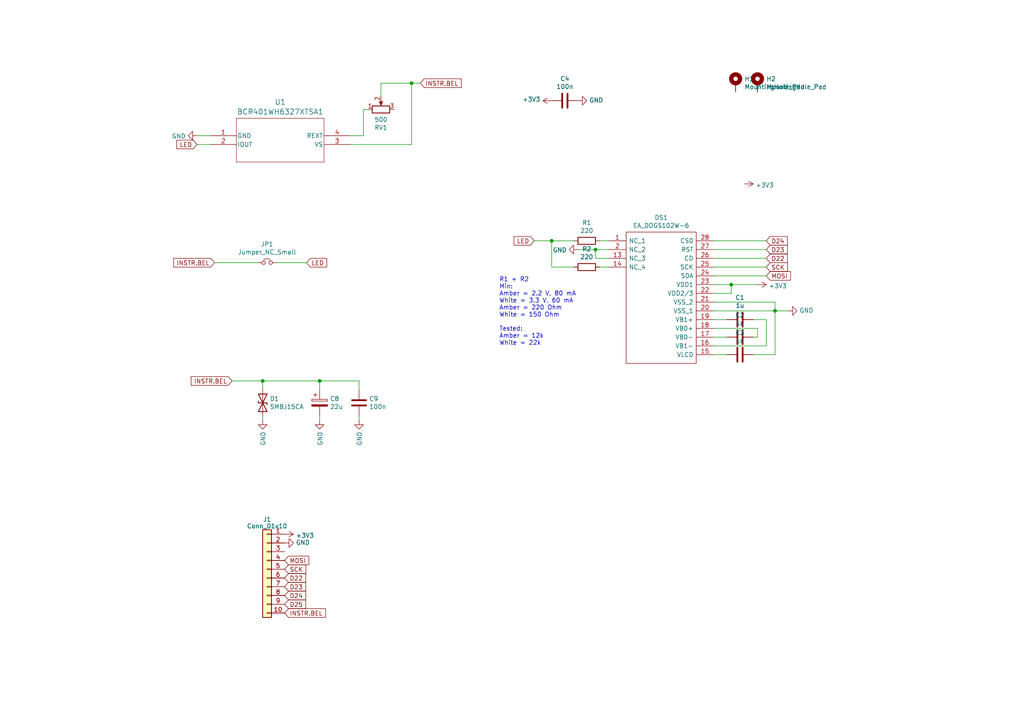
<source format=kicad_sch>
(kicad_sch (version 20230121) (generator eeschema)
  (paper "A4")
  (title_block (title "DOGS102") (date "2022-04-11") (rev "0.9.1") (company "fiz-o-matic.net"))
  (lib_symbols
    (symbol "BCR401:BCR401WH6327XTSA1" (pin_names (offset 0.254))
      (property "Reference" "U" (at 20.32 10.16 0))
      (property "Value" "BCR401WH6327XTSA1" (at 20.32 7.62 0))
      (symbol "BCR401WH6327XTSA1_0_1"
        (polyline (pts (xy 7.62 -7.62) (xy 33.02 -7.62)) (stroke (width 0.127)))
        (polyline (pts (xy 7.62 5.08) (xy 7.62 -7.62)) (stroke (width 0.127)))
        (polyline (pts (xy 33.02 -7.62) (xy 33.02 5.08)) (stroke (width 0.127)))
        (polyline (pts (xy 33.02 5.08) (xy 7.62 5.08)) (stroke (width 0.127)))
        (pin power_out line (at 0 0 0) (length 7.62) (name "GND") (number "1"))
        (pin output line (at 0 -2.54 0) (length 7.62) (name "IOUT") (number "2"))
        (pin unspecified line (at 40.64 -2.54 180) (length 7.62) (name "VS") (number "3"))
        (pin unspecified line (at 40.64 0 180) (length 7.62) (name "REXT") (number "4"))
      )
    )
    (symbol "Connector_Generic:Conn_01x10" (pin_names (offset 1.016) hide)
      (property "Reference" "J" (at 0 12.7 0))
      (property "Value" "Conn_01x10" (at 0 -15.24 0))
      (symbol "Conn_01x10_1_1"
        (rectangle (start -1.27 -12.573) (end 0 -12.827) (stroke (width 0.1524)))
        (rectangle (start -1.27 -10.033) (end 0 -10.287) (stroke (width 0.1524)))
        (rectangle (start -1.27 -7.493) (end 0 -7.747) (stroke (width 0.1524)))
        (rectangle (start -1.27 -4.953) (end 0 -5.207) (stroke (width 0.1524)))
        (rectangle (start -1.27 -2.413) (end 0 -2.667) (stroke (width 0.1524)))
        (rectangle (start -1.27 0.127) (end 0 -0.127) (stroke (width 0.1524)))
        (rectangle (start -1.27 2.667) (end 0 2.413) (stroke (width 0.1524)))
        (rectangle (start -1.27 5.207) (end 0 4.953) (stroke (width 0.1524)))
        (rectangle (start -1.27 7.747) (end 0 7.493) (stroke (width 0.1524)))
        (rectangle (start -1.27 10.287) (end 0 10.033) (stroke (width 0.1524)))
        (rectangle (start -1.27 11.43) (end 1.27 -13.97) (stroke (width 0.254)) (fill (type background)))
        (pin passive line (at -5.08 10.16 0) (length 3.81) (name "Pin_1") (number "1"))
        (pin passive line (at -5.08 -12.7 0) (length 3.81) (name "Pin_10") (number "10"))
        (pin passive line (at -5.08 7.62 0) (length 3.81) (name "Pin_2") (number "2"))
        (pin passive line (at -5.08 5.08 0) (length 3.81) (name "Pin_3") (number "3"))
        (pin passive line (at -5.08 2.54 0) (length 3.81) (name "Pin_4") (number "4"))
        (pin passive line (at -5.08 0 0) (length 3.81) (name "Pin_5") (number "5"))
        (pin passive line (at -5.08 -2.54 0) (length 3.81) (name "Pin_6") (number "6"))
        (pin passive line (at -5.08 -5.08 0) (length 3.81) (name "Pin_7") (number "7"))
        (pin passive line (at -5.08 -7.62 0) (length 3.81) (name "Pin_8") (number "8"))
        (pin passive line (at -5.08 -10.16 0) (length 3.81) (name "Pin_9") (number "9"))
      )
    )
    (symbol "Device:C" (pin_numbers hide) (pin_names (offset 0.254))
      (property "Reference" "C" (at 0.635 2.54 0))
      (property "Value" "C" (at 0.635 -2.54 0))
      (symbol "C_0_1"
        (polyline (pts (xy -2.032 -0.762) (xy 2.032 -0.762)) (stroke (width 0.508)))
        (polyline (pts (xy -2.032 0.762) (xy 2.032 0.762)) (stroke (width 0.508)))
      )
      (symbol "C_1_1"
        (pin passive line (at 0 3.81 270) (length 2.794) (name "~") (number "1"))
        (pin passive line (at 0 -3.81 90) (length 2.794) (name "~") (number "2"))
      )
    )
    (symbol "Device:D_TVS" (pin_numbers hide) (pin_names (offset 1.016) hide)
      (property "Reference" "D" (at 0 2.54 0))
      (property "Value" "D_TVS" (at 0 -2.54 0))
      (symbol "D_TVS_0_1"
        (polyline (pts (xy 1.27 0) (xy -1.27 0)))
        (polyline (pts (xy 0.508 1.27) (xy 0 1.27) (xy 0 -1.27) (xy -0.508 -1.27)) (stroke (width 0.254)))
        (polyline (pts (xy -2.54 1.27) (xy -2.54 -1.27) (xy 2.54 1.27) (xy 2.54 -1.27) (xy -2.54 1.27)) (stroke (width 0.254)))
      )
      (symbol "D_TVS_1_1"
        (pin passive line (at -3.81 0 0) (length 2.54) (name "A1") (number "1"))
        (pin passive line (at 3.81 0 180) (length 2.54) (name "A2") (number "2"))
      )
    )
    (symbol "Device:R" (pin_numbers hide) (pin_names (offset 0))
      (property "Reference" "R" (at 2.032 0 90))
      (property "Value" "R" (at 0 0 90))
      (symbol "R_0_1"
        (rectangle (start -1.016 -2.54) (end 1.016 2.54) (stroke (width 0.254)))
      )
      (symbol "R_1_1"
        (pin passive line (at 0 3.81 270) (length 1.27) (name "~") (number "1"))
        (pin passive line (at 0 -3.81 90) (length 1.27) (name "~") (number "2"))
      )
    )
    (symbol "Mechanical:MountingHole_Pad" (pin_numbers hide) (pin_names (offset 1.016) hide)
      (property "Reference" "H" (at 0 6.35 0))
      (property "Value" "MountingHole_Pad" (at 0 4.445 0))
      (symbol "MountingHole_Pad_0_1"
        (circle (center 0 1.27) (radius 1.27) (stroke (width 1.27)))
      )
      (symbol "MountingHole_Pad_1_1"
        (pin input line (at 0 -2.54 90) (length 2.54) (name "1") (number "1"))
      )
    )
    (symbol "dogs102-rescue:+3.3V-power" (power) (pin_names (offset 0))
      (property "Value" "+3.3V-power" (at 0 3.556 0))
      (symbol "+3.3V-power_0_1"
        (polyline (pts (xy -0.762 1.27) (xy 0 2.54)))
        (polyline (pts (xy 0 0) (xy 0 2.54)))
        (polyline (pts (xy 0 2.54) (xy 0.762 1.27)))
      )
      (symbol "+3.3V-power_1_1"
        (pin power_in line (at 0 0 90) (length 0) hide (name "+3V3") (number "1"))
      )
    )
    (symbol "dogs102-rescue:CP-Device" (pin_numbers hide) (pin_names (offset 0.254))
      (property "Reference" "C" (at 0.635 2.54 0))
      (property "Value" "Device_CP" (at 0.635 -2.54 0))
      (symbol "CP-Device_0_1"
        (rectangle (start -2.286 0.508) (end 2.286 1.016))
        (polyline (pts (xy -1.778 2.286) (xy -0.762 2.286)))
        (polyline (pts (xy -1.27 2.794) (xy -1.27 1.778)))
        (rectangle (start 2.286 -0.508) (end -2.286 -1.016) (fill (type outline)))
      )
      (symbol "CP-Device_1_1"
        (pin passive line (at 0 3.81 270) (length 2.794) (name "~") (number "1"))
        (pin passive line (at 0 -3.81 90) (length 2.794) (name "~") (number "2"))
      )
    )
    (symbol "dogs102-rescue:EA_DOGS102W-6-dogs102_n" (pin_names (offset 0.762))
      (property "Reference" "DS" (at 26.67 7.62 0))
      (property "Value" "EA_DOGS102W-6-dogs102_n" (at 26.67 5.08 0))
      (symbol "EA_DOGS102W-6-dogs102_n_0_0"
        (pin unspecified line (at 0 0 0) (length 5.08) (name "NC_1") (number "1"))
        (pin unspecified line (at 0 -5.08 0) (length 5.08) (name "NC_3") (number "13"))
        (pin unspecified line (at 0 -7.62 0) (length 5.08) (name "NC_4") (number "14"))
        (pin unspecified line (at 30.48 -33.02 180) (length 5.08) (name "VLCD") (number "15"))
        (pin unspecified line (at 30.48 -30.48 180) (length 5.08) (name "VB1-") (number "16"))
        (pin unspecified line (at 30.48 -27.94 180) (length 5.08) (name "VB0-") (number "17"))
        (pin unspecified line (at 30.48 -25.4 180) (length 5.08) (name "VB0+") (number "18"))
        (pin unspecified line (at 30.48 -22.86 180) (length 5.08) (name "VB1+") (number "19"))
        (pin unspecified line (at 0 -2.54 0) (length 5.08) (name "NC_2") (number "2"))
        (pin unspecified line (at 30.48 -20.32 180) (length 5.08) (name "VSS_1") (number "20"))
        (pin unspecified line (at 30.48 -17.78 180) (length 5.08) (name "VSS_2") (number "21"))
        (pin unspecified line (at 30.48 -15.24 180) (length 5.08) (name "VDD2/3") (number "22"))
        (pin unspecified line (at 30.48 -12.7 180) (length 5.08) (name "VDD1") (number "23"))
        (pin unspecified line (at 30.48 -10.16 180) (length 5.08) (name "SDA") (number "24"))
        (pin unspecified line (at 30.48 -7.62 180) (length 5.08) (name "SCK") (number "25"))
        (pin unspecified line (at 30.48 -5.08 180) (length 5.08) (name "CD") (number "26"))
        (pin unspecified line (at 30.48 -2.54 180) (length 5.08) (name "RST") (number "27"))
        (pin unspecified line (at 30.48 0 180) (length 5.08) (name "CS0") (number "28"))
      )
      (symbol "EA_DOGS102W-6-dogs102_n_0_1"
        (polyline (pts (xy 5.08 2.54) (xy 25.4 2.54) (xy 25.4 -35.56) (xy 5.08 -35.56) (xy 5.08 2.54)) (stroke (width 0.1524)))
      )
    )
    (symbol "dogs102-rescue:Jumper_NC_Small-Device" (pin_numbers hide) (pin_names (offset 0.762) hide)
      (property "Reference" "JP" (at 0 2.032 0))
      (property "Value" "Device_Jumper_NC_Small" (at 0.254 -1.524 0))
      (symbol "Jumper_NC_Small-Device_0_1"
        (circle (center -1.016 0) (radius 0.508))
        (circle (center 1.016 0) (radius 0.508))
        (arc (start 1.016 0.762) (mid 0 1.1828) (end -1.016 0.762))
        (pin passive line (at -2.54 0 0) (length 1.016) (name "1") (number "1"))
        (pin passive line (at 2.54 0 180) (length 1.016) (name "2") (number "2"))
      )
    )
    (symbol "dogs102-rescue:R_POT-Device" (pin_names (offset 1.016) hide)
      (property "Reference" "RV" (at -4.445 0 90))
      (property "Value" "Device_R_POT" (at -2.54 0 90))
      (symbol "R_POT-Device_0_1"
        (polyline (pts (xy 2.54 0) (xy 1.524 0)))
        (polyline (pts (xy 1.143 0) (xy 2.286 0.508) (xy 2.286 -0.508) (xy 1.143 0)) (fill (type outline)))
        (rectangle (start 1.016 2.54) (end -1.016 -2.54) (stroke (width 0.254)))
      )
      (symbol "R_POT-Device_1_1"
        (pin passive line (at 0 3.81 270) (length 1.27) (name "1") (number "1"))
        (pin passive line (at 3.81 0 180) (length 1.27) (name "2") (number "2"))
        (pin passive line (at 0 -3.81 90) (length 1.27) (name "3") (number "3"))
      )
    )
    (symbol "dogs102:DINA4_L" (pin_numbers hide) (pin_names (offset 1.016) hide)
      (symbol "DINA4_L_2_0"
        (polyline (pts (xy 0 0) (xy 0 5.08)))
        (polyline (pts (xy 0 0) (xy 71.12 0)))
        (polyline (pts (xy 0 5.08) (xy 0 15.24)))
        (polyline (pts (xy 0 5.08) (xy 71.12 5.08)))
        (polyline (pts (xy 0 15.24) (xy 0 22.86)))
        (polyline (pts (xy 0 22.86) (xy 0 35.56)))
        (polyline (pts (xy 0 22.86) (xy 101.6 22.86)))
        (polyline (pts (xy 71.12 0) (xy 101.6 0)))
        (polyline (pts (xy 71.12 5.08) (xy 71.12 0)))
        (polyline (pts (xy 71.12 5.08) (xy 87.63 5.08)))
        (polyline (pts (xy 87.63 5.08) (xy 101.6 5.08)))
        (polyline (pts (xy 87.63 15.24) (xy 0 15.24)))
        (polyline (pts (xy 87.63 15.24) (xy 87.63 5.08)))
        (polyline (pts (xy 101.6 5.08) (xy 101.6 0)))
        (polyline (pts (xy 101.6 15.24) (xy 87.63 15.24)))
        (polyline (pts (xy 101.6 15.24) (xy 101.6 5.08)))
        (polyline (pts (xy 101.6 22.86) (xy 101.6 15.24)))
        (polyline (pts (xy 101.6 35.56) (xy 0 35.56)))
        (polyline (pts (xy 101.6 35.56) (xy 101.6 22.86)))
        (text ">DRAWING_NAME" (at 30.48 20.066 0) (effects (font (size 2.032 2.032))))
        (text ">LAST_DATE_TIME" (at 27.3558 2.286 0) (effects (font (size 2.032 2.032))))
        (text ">SHEET" (at 92.2274 2.286 0) (effects (font (size 2.032 2.032))))
        (text "Date:" (at 6.1468 2.286 0) (effects (font (size 2.032 2.032))))
        (text "Document Number:" (at 16.9164 12.446 0) (effects (font (size 2.032 2.032))))
        (text "REV:" (at 92.8116 12.446 0) (effects (font (size 2.032 2.032))))
        (text "Sheet:" (at 78.2574 2.286 0) (effects (font (size 2.032 2.032))))
        (text "TITLE:" (at 7.1374 20.066 0) (effects (font (size 2.032 2.032))))
      )
    )
    (symbol "power:GND" (power) (pin_names (offset 0))
      (property "Value" "GND" (at 0 -3.81 0))
      (symbol "GND_0_1"
        (polyline (pts (xy 0 0) (xy 0 -1.27) (xy 1.27 -1.27) (xy 0 -2.54) (xy -1.27 -1.27) (xy 0 -1.27)))
      )
      (symbol "GND_1_1"
        (pin power_in line (at 0 0 270) (length 0) hide (name "GND") (number "1"))
      )
    )
  )
  (junction (at 76.2 110.49))
  (junction (at 212.09 82.55))
  (junction (at 160.02 69.85))
  (junction (at 119.38 24.13))
  (junction (at 92.71 110.49))
  (junction (at 172.72 72.39))
  (junction (at 224.79 90.17))
  (wire (pts (xy 207.01 82.55) (xy 212.09 82.55)))
  (wire (pts (xy 104.14 110.49) (xy 104.14 113.03)))
  (wire (pts (xy 92.71 110.49) (xy 104.14 110.49)))
  (wire (pts (xy 176.53 72.39) (xy 172.72 72.39)))
  (wire (pts (xy 219.71 95.25) (xy 207.01 95.25)))
  (wire (pts (xy 212.09 85.09) (xy 212.09 82.55)))
  (wire (pts (xy 104.14 120.65) (xy 104.14 121.92)))
  (wire (pts (xy 222.25 100.33) (xy 222.25 92.71)))
  (wire (pts (xy 207.01 100.33) (xy 222.25 100.33)))
  (wire (pts (xy 57.15 41.91) (xy 60.96 41.91)))
  (wire (pts (xy 207.01 90.17) (xy 224.79 90.17)))
  (wire (pts (xy 76.2 120.65) (xy 76.2 121.92)))
  (wire (pts (xy 224.79 87.63) (xy 224.79 90.17)))
  (wire (pts (xy 110.49 24.13) (xy 110.49 27.94)))
  (wire (pts (xy 172.72 72.39) (xy 167.64 72.39)))
  (wire (pts (xy 92.71 120.65) (xy 92.71 121.92)))
  (wire (pts (xy 76.2 110.49) (xy 92.71 110.49)))
  (wire (pts (xy 160.02 69.85) (xy 166.37 69.85)))
  (wire (pts (xy 224.79 90.17) (xy 224.79 102.87)))
  (wire (pts (xy 218.44 97.79) (xy 219.71 97.79)))
  (wire (pts (xy 176.53 74.93) (xy 172.72 74.93)))
  (wire (pts (xy 207.01 72.39) (xy 222.25 72.39)))
  (wire (pts (xy 105.41 39.37) (xy 101.6 39.37)))
  (wire (pts (xy 154.94 69.85) (xy 160.02 69.85)))
  (wire (pts (xy 207.01 92.71) (xy 210.82 92.71)))
  (wire (pts (xy 92.71 110.49) (xy 92.71 113.03)))
  (wire (pts (xy 57.15 39.37) (xy 60.96 39.37)))
  (wire (pts (xy 207.01 97.79) (xy 210.82 97.79)))
  (wire (pts (xy 67.31 110.49) (xy 76.2 110.49)))
  (wire (pts (xy 207.01 77.47) (xy 222.25 77.47)))
  (wire (pts (xy 207.01 85.09) (xy 212.09 85.09)))
  (wire (pts (xy 224.79 102.87) (xy 218.44 102.87)))
  (wire (pts (xy 106.68 31.75) (xy 105.41 31.75)))
  (wire (pts (xy 105.41 31.75) (xy 105.41 39.37)))
  (wire (pts (xy 219.71 97.79) (xy 219.71 95.25)))
  (wire (pts (xy 119.38 41.91) (xy 119.38 24.13)))
  (wire (pts (xy 207.01 80.01) (xy 222.25 80.01)))
  (wire (pts (xy 173.99 69.85) (xy 176.53 69.85)))
  (wire (pts (xy 172.72 74.93) (xy 172.72 72.39)))
  (wire (pts (xy 207.01 102.87) (xy 210.82 102.87)))
  (wire (pts (xy 222.25 92.71) (xy 218.44 92.71)))
  (wire (pts (xy 224.79 90.17) (xy 228.6 90.17)))
  (wire (pts (xy 207.01 87.63) (xy 224.79 87.63)))
  (wire (pts (xy 212.09 82.55) (xy 219.71 82.55)))
  (wire (pts (xy 62.23 76.2) (xy 74.93 76.2)))
  (wire (pts (xy 110.49 24.13) (xy 119.38 24.13)))
  (wire (pts (xy 207.01 69.85) (xy 222.25 69.85)))
  (wire (pts (xy 166.37 77.47) (xy 160.02 77.47)))
  (wire (pts (xy 80.01 76.2) (xy 88.9 76.2)))
  (wire (pts (xy 101.6 41.91) (xy 119.38 41.91)))
  (wire (pts (xy 173.99 77.47) (xy 176.53 77.47)))
  (wire (pts (xy 207.01 74.93) (xy 222.25 74.93)))
  (wire (pts (xy 119.38 24.13) (xy 121.92 24.13)))
  (wire (pts (xy 76.2 110.49) (xy 76.2 113.03)))
  (wire (pts (xy 160.02 77.47) (xy 160.02 69.85)))
  (text "R1 + R2\nMin:\nAmber = 2.2 V, 80 mA\nWhite = 3.3 V, 60 mA\nAmber = 220 Ohm\nWhite = 150 Ohm\n\nTested:\nAmber = 12k\nWhite = 22k" (at 144.78 100.33 0) (effects (font (size 1.27 1.27)) (justify left bottom)))
  (global_label "D24" (shape input) (at 222.25 69.85 0) (property "Intersheetrefs" "${INTERSHEET_REFS}" (effects hide)))
  (global_label "MOSI" (shape input) (at 222.25 80.01 0) (property "Intersheetrefs" "${INTERSHEET_REFS}" (effects hide)))
  (global_label "LED" (shape input) (at 57.15 41.91 180) (property "Intersheetrefs" "${INTERSHEET_REFS}" (effects hide)))
  (global_label "SCK" (shape input) (at 82.55 165.1 0) (property "Intersheetrefs" "${INTERSHEET_REFS}" (effects hide)))
  (global_label "INSTR.BEL" (shape input) (at 67.31 110.49 180) (property "Intersheetrefs" "${INTERSHEET_REFS}" (effects hide)))
  (global_label "LED" (shape input) (at 154.94 69.85 180) (property "Intersheetrefs" "${INTERSHEET_REFS}" (effects hide)))
  (global_label "SCK" (shape input) (at 222.25 77.47 0) (property "Intersheetrefs" "${INTERSHEET_REFS}" (effects hide)))
  (global_label "INSTR.BEL" (shape input) (at 82.55 177.8 0) (property "Intersheetrefs" "${INTERSHEET_REFS}" (effects hide)))
  (global_label "D22" (shape input) (at 82.55 167.64 0) (property "Intersheetrefs" "${INTERSHEET_REFS}" (effects hide)))
  (global_label "INSTR.BEL" (shape input) (at 62.23 76.2 180) (property "Intersheetrefs" "${INTERSHEET_REFS}" (effects hide)))
  (global_label "D22" (shape input) (at 222.25 74.93 0) (property "Intersheetrefs" "${INTERSHEET_REFS}" (effects hide)))
  (global_label "LED" (shape input) (at 88.9 76.2 0) (property "Intersheetrefs" "${INTERSHEET_REFS}" (effects hide)))
  (global_label "D25" (shape input) (at 82.55 175.26 0) (property "Intersheetrefs" "${INTERSHEET_REFS}" (effects hide)))
  (global_label "D23" (shape input) (at 82.55 170.18 0) (property "Intersheetrefs" "${INTERSHEET_REFS}" (effects hide)))
  (global_label "INSTR.BEL" (shape input) (at 121.92 24.13 0) (property "Intersheetrefs" "${INTERSHEET_REFS}" (effects hide)))
  (global_label "D24" (shape input) (at 82.55 172.72 0) (property "Intersheetrefs" "${INTERSHEET_REFS}" (effects hide)))
  (global_label "MOSI" (shape input) (at 82.55 162.56 0) (property "Intersheetrefs" "${INTERSHEET_REFS}" (effects hide)))
  (global_label "D23" (shape input) (at 222.25 72.39 0) (property "Intersheetrefs" "${INTERSHEET_REFS}" (effects hide)))
  (symbol (lib_id "dogs102:DINA4_L") (at 31.75 207.01 0) (unit 1)
    (property "Reference" "#FRAME1" (effects hide))
  )
  (symbol (lib_id "dogs102-rescue:EA_DOGS102W-6-dogs102_n") (at 176.53 69.85 0) (unit 1)
    (property "Reference" "DS1" (at 191.77 63.119 0))
    (property "Value" "EA_DOGS102W-6" (at 191.77 65.4304 0))
    (property "Footprint" "fiz-o-matic:EA-DOGS102W-6" (effects hide))
    (property "Datasheet" "http://www.lcd-module.com/eng/pdf/grafik/dogs102-6e.pdf" (effects hide))
    (property "Description" "LCD Graphic Display Modules & Accessories FSTN (+) Transflect White Background" (effects hide))
    (property "Manufacturer_Name" "ELECTRONIC ASSEMBLY" (effects hide))
    (property "Manufacturer_Part_Number" "EA DOGS102W-6" (effects hide))
    (property "Mouser Part Number" "790-EADOGS102W-6" (effects hide))
    (property "Mouser Price/Stock" "https://www.mouser.com/Search/Refine.aspx?Keyword=790-EADOGS102W-6" (effects hide))
  )
  (symbol (lib_id "Device:C") (at 214.63 97.79 270) (unit 1)
    (property "Reference" "C2" (at 214.63 91.3892 90))
    (property "Value" "1u" (at 214.63 93.7006 90))
    (property "Footprint" "Capacitor_SMD:C_1210_3225Metric_Pad1.33x2.70mm_HandSolder" (effects hide))
  )
  (symbol (lib_id "Device:C") (at 214.63 92.71 270) (unit 1)
    (property "Reference" "C1" (at 214.63 86.3092 90))
    (property "Value" "1u" (at 214.63 88.6206 90))
    (property "Footprint" "Capacitor_SMD:C_1210_3225Metric_Pad1.33x2.70mm_HandSolder" (effects hide))
  )
  (symbol (lib_id "Device:C") (at 214.63 102.87 270) (unit 1)
    (property "Reference" "C3" (at 214.63 96.4692 90))
    (property "Value" "1u" (at 214.63 98.7806 90))
    (property "Footprint" "Capacitor_SMD:C_1210_3225Metric_Pad1.33x2.70mm_HandSolder" (effects hide))
  )
  (symbol (lib_id "dogs102-rescue:+3.3V-power") (at 219.71 82.55 270) (unit 1)
    (property "Reference" "#PWR0102" (effects hide))
    (property "Value" "+3.3V" (at 222.9612 82.931 90) (effects (justify left)))
  )
  (symbol (lib_id "dogs102-rescue:+3.3V-power") (at 215.9 53.34 270) (unit 1)
    (property "Reference" "#PWR0105" (effects hide))
    (property "Value" "+3.3V" (at 219.1512 53.721 90) (effects (justify left)))
  )
  (symbol (lib_id "Mechanical:MountingHole_Pad") (at 213.36 24.13 0) (unit 1)
    (property "Reference" "H1" (at 215.9 22.8854 0) (effects (justify left)))
    (property "Value" "MountingHole_Pad" (at 215.9 25.1968 0) (effects (justify left)))
    (property "Footprint" "MountingHole:MountingHole_3.2mm_M3_Pad_Via" (effects hide))
  )
  (symbol (lib_id "Mechanical:MountingHole_Pad") (at 219.71 24.13 0) (unit 1)
    (property "Reference" "H2" (at 222.25 22.8854 0) (effects (justify left)))
    (property "Value" "MountingHole_Pad" (at 222.25 25.1968 0) (effects (justify left)))
    (property "Footprint" "MountingHole:MountingHole_3.2mm_M3_Pad_Via" (effects hide))
  )
  (symbol (lib_id "Device:C") (at 163.83 29.21 270) (unit 1)
    (property "Reference" "C4" (at 163.83 22.8092 90))
    (property "Value" "100n" (at 163.83 25.1206 90))
    (property "Footprint" "Capacitor_SMD:C_0805_2012Metric" (effects hide))
  )
  (symbol (lib_id "dogs102-rescue:+3.3V-power") (at 160.02 29.21 90) (unit 1)
    (property "Reference" "#PWR0113" (effects hide))
    (property "Value" "+3.3V" (at 156.7688 28.829 90) (effects (justify left)))
  )
  (symbol (lib_id "power:GND") (at 228.6 90.17 90) (unit 1)
    (property "Reference" "#PWR0115" (effects hide))
    (property "Value" "GND" (at 231.8512 90.043 90) (effects (justify right)))
  )
  (symbol (lib_id "power:GND") (at 167.64 29.21 90) (unit 1)
    (property "Reference" "#PWR0116" (effects hide))
    (property "Value" "GND" (at 170.8912 29.083 90) (effects (justify right)))
  )
  (symbol (lib_id "power:GND") (at 167.64 72.39 270) (unit 1)
    (property "Reference" "#PWR0120" (effects hide))
    (property "Value" "GND" (at 164.3888 72.517 90) (effects (justify right)))
  )
  (symbol (lib_id "dogs102-rescue:CP-Device") (at 92.71 116.84 0) (unit 1)
    (property "Reference" "C8" (at 95.7072 115.6716 0) (effects (justify left)))
    (property "Value" "22u" (at 95.7072 117.983 0) (effects (justify left)))
    (property "Footprint" "Capacitor_SMD:CP_Elec_5x3" (effects hide))
  )
  (symbol (lib_id "Device:C") (at 104.14 116.84 0) (unit 1)
    (property "Reference" "C9" (at 107.061 115.6716 0) (effects (justify left)))
    (property "Value" "100n" (at 107.061 117.983 0) (effects (justify left)))
    (property "Footprint" "Capacitor_SMD:C_0805_2012Metric" (effects hide))
  )
  (symbol (lib_id "Device:D_TVS") (at 76.2 116.84 270) (unit 1)
    (property "Reference" "D1" (at 78.232 115.6716 90) (effects (justify left)))
    (property "Value" "SMBJ15CA" (at 78.232 117.983 90) (effects (justify left)))
    (property "Footprint" "Diode_SMD:D_SMB" (effects hide))
  )
  (symbol (lib_id "Device:R") (at 170.18 69.85 270) (unit 1)
    (property "Reference" "R1" (at 170.18 64.5922 90))
    (property "Value" "220" (at 170.18 66.9036 90))
    (property "Footprint" "Resistor_SMD:R_0805_2012Metric" (effects hide))
  )
  (symbol (lib_id "Device:R") (at 170.18 77.47 270) (unit 1)
    (property "Reference" "R2" (at 170.18 72.2122 90))
    (property "Value" "220" (at 170.18 74.5236 90))
    (property "Footprint" "Resistor_SMD:R_0805_2012Metric" (effects hide))
  )
  (symbol (lib_id "power:GND") (at 76.2 121.92 0) (unit 1)
    (property "Reference" "#PWR0121" (effects hide))
    (property "Value" "GND" (at 76.327 125.1712 90) (effects (justify right)))
  )
  (symbol (lib_id "power:GND") (at 92.71 121.92 0) (unit 1)
    (property "Reference" "#PWR0122" (effects hide))
    (property "Value" "GND" (at 92.837 125.1712 90) (effects (justify right)))
  )
  (symbol (lib_id "power:GND") (at 104.14 121.92 0) (unit 1)
    (property "Reference" "#PWR0123" (effects hide))
    (property "Value" "GND" (at 104.267 125.1712 90) (effects (justify right)))
  )
  (symbol (lib_id "dogs102-rescue:R_POT-Device") (at 110.49 31.75 90) (unit 1)
    (property "Reference" "RV1" (at 110.49 37.0078 90))
    (property "Value" "500" (at 110.49 34.6964 90))
    (property "Footprint" "Potentiometer_THT:Potentiometer_Piher_PT-6-V_Vertical" (effects hide))
  )
  (symbol (lib_id "dogs102-rescue:Jumper_NC_Small-Device") (at 77.47 76.2 0) (unit 1)
    (property "Reference" "JP1" (at 77.47 70.8152 0))
    (property "Value" "Jumper_NC_Small" (at 77.47 73.1266 0))
    (property "Footprint" "Jumper:SolderJumper-2_P1.3mm_Bridged_RoundedPad1.0x1.5mm" (effects hide))
  )
  (symbol (lib_id "Connector_Generic:Conn_01x10") (at 77.47 165.1 0) (mirror y) (unit 1)
    (property "Reference" "J1" (at 77.47 150.6601 0))
    (property "Value" "Conn_01x10" (at 77.47 152.5811 0))
    (property "Footprint" "Connector_JST:JST_SH_SM10B-SRSS-TB_1x10-1MP_P1.00mm_Horizontal" (effects hide))
  )
  (symbol (lib_id "BCR401:BCR401WH6327XTSA1") (at 60.96 39.37 0) (unit 1)
    (property "Reference" "U1" (at 81.28 29.5963 0) (effects (font (size 1.524 1.524))))
    (property "Value" "BCR401WH6327XTSA1" (at 81.28 32.4291 0) (effects (font (size 1.524 1.524))))
    (property "Footprint" "PG-SOT343-4-1_INF" (effects hide))
    (property "Datasheet" "BCR401WH6327XTSA1" (effects hide))
  )
  (symbol (lib_id "dogs102-rescue:+3.3V-power") (at 82.55 154.94 270) (unit 1)
    (property "Reference" "#PWR01" (effects hide))
    (property "Value" "+3.3V" (at 85.8012 155.321 90) (effects (justify left)))
  )
  (symbol (lib_id "power:GND") (at 82.55 157.48 90) (unit 1)
    (property "Reference" "#PWR02" (effects hide))
    (property "Value" "GND" (at 85.8012 157.353 90) (effects (justify right)))
  )
  (symbol (lib_id "power:GND") (at 57.15 39.37 270) (unit 1)
    (property "Reference" "#PWR03" (effects hide))
    (property "Value" "GND" (at 53.8988 39.497 90) (effects (justify right)))
  )
)
</source>
